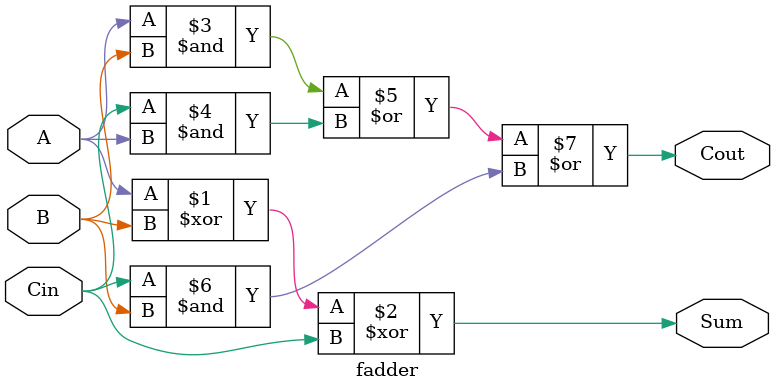
<source format=sv>
/* ----------------------------------------------------
 Company : Rochester Institute of Technology (RIT)
 Engineer : Glenn Vodra (GKV4063@rit.edu)

 Create Date : 6/5/23
 Design Name : fadder
 Module Name : fadder - dataflow
 Project Name : ALU32

 Description : 32 bit Adder Subtractor
----------------------------------------------------*/

module fadder (A, B, Cin, Sum, Cout);
	input logic A, B, Cin;
	output logic Sum, Cout;
	
	assign Sum = A ^ B ^ Cin;
	assign Cout = (A & B) | (Cin & A) | (Cin & B);
	
endmodule
</source>
